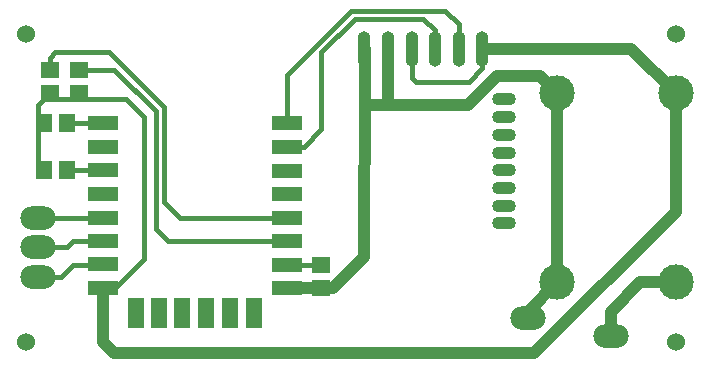
<source format=gtl>
G04 Layer_Physical_Order=1*
G04 Layer_Color=255*
%FSLAX44Y44*%
%MOMM*%
G71*
G01*
G75*
%ADD10O,3.0000X2.0000*%
%ADD11O,1.1000X3.0000*%
%ADD12O,2.0000X1.1000*%
%ADD13R,2.5400X1.1430*%
%ADD14R,1.3970X2.5400*%
%ADD15R,1.5500X1.3500*%
%ADD16R,1.3500X1.5500*%
%ADD17C,1.0000*%
%ADD18C,0.4000*%
%ADD19C,1.5240*%
%ADD20C,3.0000*%
D10*
X40000Y85000D02*
D03*
Y110000D02*
D03*
X40132Y134868D02*
D03*
X525000Y35000D02*
D03*
X455000Y50000D02*
D03*
D11*
X316500Y278000D02*
D03*
X336500D02*
D03*
X356500D02*
D03*
X376500D02*
D03*
X396500D02*
D03*
X416500D02*
D03*
D12*
X435000Y235000D02*
D03*
Y220000D02*
D03*
Y205000D02*
D03*
Y190000D02*
D03*
Y175000D02*
D03*
Y160000D02*
D03*
Y145000D02*
D03*
Y130000D02*
D03*
D13*
X95000Y214878D02*
D03*
Y195066D02*
D03*
Y175000D02*
D03*
Y155188D02*
D03*
Y134868D02*
D03*
Y115056D02*
D03*
Y95244D02*
D03*
Y75178D02*
D03*
X251210Y74924D02*
D03*
Y94990D02*
D03*
Y114802D02*
D03*
X250956Y134868D02*
D03*
Y154934D02*
D03*
Y174746D02*
D03*
Y195066D02*
D03*
Y214878D02*
D03*
D14*
X122940Y54350D02*
D03*
X142752D02*
D03*
X162564D02*
D03*
X182884D02*
D03*
X202696D02*
D03*
X223016D02*
D03*
D15*
X280000Y75250D02*
D03*
Y94750D02*
D03*
X75000Y240500D02*
D03*
Y260000D02*
D03*
X50000Y240250D02*
D03*
Y259750D02*
D03*
D16*
X64750Y175000D02*
D03*
X45250D02*
D03*
X64750Y214750D02*
D03*
X45250D02*
D03*
D17*
X336250Y230000D02*
X404142D01*
X317750D02*
X336250D01*
X336500Y230250D01*
Y278000D01*
X316500D02*
X317000Y277500D01*
Y255750D02*
Y277500D01*
X289924Y74924D02*
X316500Y101500D01*
X317000Y255750D01*
X95000Y30000D02*
Y75178D01*
X480000Y80000D02*
Y240000D01*
X550000Y80000D02*
X580000D01*
X525000Y55000D02*
X550000Y80000D01*
X525000Y35000D02*
Y55000D01*
X416500Y278000D02*
X542000D01*
X580000Y240000D01*
X404142Y230000D02*
X429142Y255000D01*
X465000D01*
X480000Y240000D01*
X580000Y140000D02*
Y240000D01*
X455000Y55000D02*
X480000Y80000D01*
X455000Y50000D02*
Y55000D01*
X251210Y74924D02*
X289924D01*
X95000Y30000D02*
X105000Y20000D01*
X460000D02*
X580000Y140000D01*
X105000Y20000D02*
X460000D01*
D18*
X40000Y230000D02*
X45000Y235000D01*
X115000D02*
X130000Y220000D01*
Y100000D02*
Y220000D01*
X105178Y75178D02*
X130000Y100000D01*
X95000Y75178D02*
X105178D01*
X280000Y210000D02*
Y275000D01*
X265066Y195066D02*
X280000Y210000D01*
X250956Y195066D02*
X265066D01*
X250956Y255956D02*
X305000Y310000D01*
X250956Y214878D02*
Y255956D01*
X70056Y115056D02*
X95000D01*
X65000Y110000D02*
X70056Y115056D01*
X40000Y110000D02*
X65000D01*
X70000Y95000D02*
X94756D01*
X60000Y85000D02*
X70000Y95000D01*
X94756D02*
X95000Y95244D01*
X40000Y85000D02*
X60000D01*
X40132Y134868D02*
X95000D01*
X356500Y253500D02*
Y278000D01*
X385000Y310000D02*
X396500Y298500D01*
X305000Y310000D02*
X385000D01*
X366540Y303460D02*
X376500Y293500D01*
X308460Y303460D02*
X366540D01*
X280000Y275000D02*
X308460Y303460D01*
X376500Y278000D02*
Y293500D01*
X396500Y278000D02*
Y298500D01*
X50000Y259750D02*
Y270000D01*
X75000Y260000D02*
Y265000D01*
X140000Y125000D02*
X150198Y114802D01*
X251210D01*
X146540Y148460D02*
X160132Y134868D01*
X250956D01*
X140000Y125000D02*
Y225000D01*
X146540Y148460D02*
Y228460D01*
X80000Y260000D02*
X105000D01*
X140000Y225000D01*
X75000Y265000D02*
X80000Y260000D01*
X50000Y270000D02*
X55000Y275000D01*
X100000D01*
X146540Y228460D01*
X40000Y180000D02*
X45000Y175000D01*
X64750D02*
X95000D01*
X64750Y214750D02*
X94872D01*
X95000Y214878D01*
X251210Y94990D02*
X275240D01*
X275250Y95000D01*
X356500Y253500D02*
X360000Y250000D01*
X405000D01*
X416500Y261500D01*
Y278000D01*
X45000Y235000D02*
X115000D01*
X40000Y180000D02*
Y230000D01*
D19*
X580000Y290000D02*
D03*
Y30000D02*
D03*
X30000Y290000D02*
D03*
Y30000D02*
D03*
D20*
X580000Y240000D02*
D03*
Y80000D02*
D03*
X480000Y240000D02*
D03*
Y80000D02*
D03*
M02*

</source>
